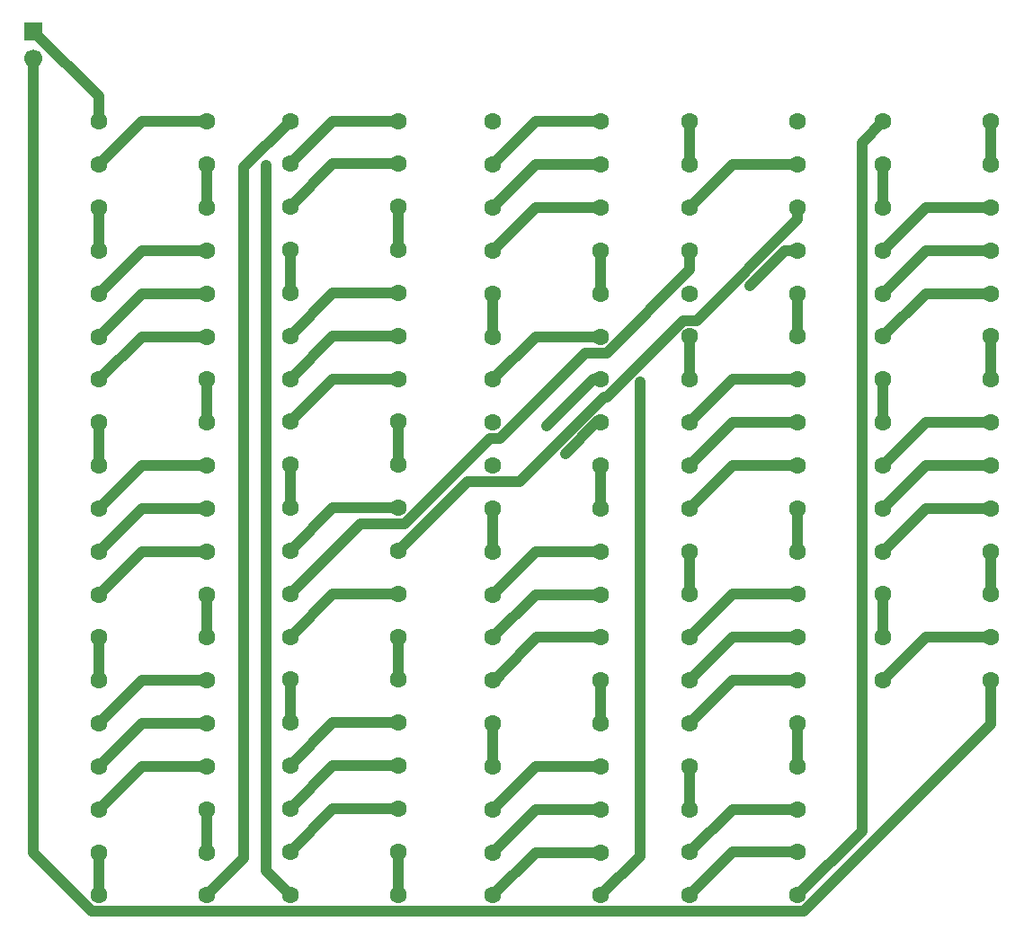
<source format=gbr>
%TF.GenerationSoftware,KiCad,Pcbnew,9.0.2*%
%TF.CreationDate,2025-11-03T21:10:14+09:00*%
%TF.ProjectId,handarensyuy,68616e64-6172-4656-9e73-7975792e6b69,rev?*%
%TF.SameCoordinates,Original*%
%TF.FileFunction,Copper,L1,Top*%
%TF.FilePolarity,Positive*%
%FSLAX46Y46*%
G04 Gerber Fmt 4.6, Leading zero omitted, Abs format (unit mm)*
G04 Created by KiCad (PCBNEW 9.0.2) date 2025-11-03 21:10:14*
%MOMM*%
%LPD*%
G01*
G04 APERTURE LIST*
%TA.AperFunction,ComponentPad*%
%ADD10C,1.600000*%
%TD*%
%TA.AperFunction,ComponentPad*%
%ADD11R,1.700000X1.700000*%
%TD*%
%TA.AperFunction,ComponentPad*%
%ADD12C,1.700000*%
%TD*%
%TA.AperFunction,ViaPad*%
%ADD13C,0.600000*%
%TD*%
%TA.AperFunction,Conductor*%
%ADD14C,1.000000*%
%TD*%
G04 APERTURE END LIST*
D10*
%TO.P,R82,1*%
%TO.N,Net-(R81-Pad2)*%
X171570000Y-69500000D03*
%TO.P,R82,2*%
%TO.N,Net-(R82-Pad2)*%
X181730000Y-69500000D03*
%TD*%
%TO.P,R83,1*%
%TO.N,Net-(R83-Pad1)*%
X171570000Y-73550000D03*
%TO.P,R83,2*%
%TO.N,Net-(R82-Pad2)*%
X181730000Y-73550000D03*
%TD*%
%TO.P,R18,1*%
%TO.N,Net-(R18-Pad1)*%
X97690000Y-118120000D03*
%TO.P,R18,2*%
%TO.N,Net-(R17-Pad2)*%
X107850000Y-118120000D03*
%TD*%
%TO.P,R1,1*%
%TO.N,Net-(J1-Pin_1)*%
X97690000Y-49270000D03*
%TO.P,R1,2*%
%TO.N,Net-(R1-Pad2)*%
X107850000Y-49270000D03*
%TD*%
%TO.P,R59,1*%
%TO.N,Net-(R58-Pad1)*%
X153370000Y-53300000D03*
%TO.P,R59,2*%
%TO.N,Net-(R59-Pad2)*%
X163530000Y-53300000D03*
%TD*%
%TO.P,R15,1*%
%TO.N,Net-(R14-Pad2)*%
X97690000Y-105970000D03*
%TO.P,R15,2*%
%TO.N,Net-(R15-Pad2)*%
X107850000Y-105970000D03*
%TD*%
%TO.P,R25,1*%
%TO.N,Net-(R24-Pad2)*%
X115710000Y-69440000D03*
%TO.P,R25,2*%
%TO.N,Net-(R25-Pad2)*%
X125870000Y-69440000D03*
%TD*%
%TO.P,R39,1*%
%TO.N,Net-(R38-Pad1)*%
X134820000Y-49260000D03*
%TO.P,R39,2*%
%TO.N,Net-(R39-Pad2)*%
X144980000Y-49260000D03*
%TD*%
%TO.P,R53,1*%
%TO.N,Net-(R53-Pad1)*%
X134820000Y-105960000D03*
%TO.P,R53,2*%
%TO.N,Net-(R52-Pad2)*%
X144980000Y-105960000D03*
%TD*%
%TO.P,R29,1*%
%TO.N,Net-(R28-Pad1)*%
X115710000Y-85640000D03*
%TO.P,R29,2*%
%TO.N,Net-(R29-Pad2)*%
X125870000Y-85640000D03*
%TD*%
%TO.P,R27,1*%
%TO.N,Net-(R26-Pad2)*%
X115710000Y-77540000D03*
%TO.P,R27,2*%
%TO.N,Net-(R27-Pad2)*%
X125870000Y-77540000D03*
%TD*%
%TO.P,R81,1*%
%TO.N,Net-(R80-Pad2)*%
X171570000Y-65450000D03*
%TO.P,R81,2*%
%TO.N,Net-(R81-Pad2)*%
X181730000Y-65450000D03*
%TD*%
%TO.P,R64,1*%
%TO.N,Net-(R63-Pad1)*%
X153370000Y-73550000D03*
%TO.P,R64,2*%
%TO.N,Net-(R64-Pad2)*%
X163530000Y-73550000D03*
%TD*%
%TO.P,R14,1*%
%TO.N,Net-(R13-Pad1)*%
X97690000Y-101920000D03*
%TO.P,R14,2*%
%TO.N,Net-(R14-Pad2)*%
X107850000Y-101920000D03*
%TD*%
%TO.P,R58,1*%
%TO.N,Net-(R58-Pad1)*%
X153370000Y-49250000D03*
%TO.P,R58,2*%
%TO.N,Net-(R57-Pad2)*%
X163530000Y-49250000D03*
%TD*%
%TO.P,R55,1*%
%TO.N,Net-(R54-Pad2)*%
X134820000Y-114060000D03*
%TO.P,R55,2*%
%TO.N,Net-(R55-Pad2)*%
X144980000Y-114060000D03*
%TD*%
%TO.P,R23,1*%
%TO.N,Net-(R23-Pad1)*%
X115710000Y-61340000D03*
%TO.P,R23,2*%
%TO.N,Net-(R22-Pad2)*%
X125870000Y-61340000D03*
%TD*%
%TO.P,R66,1*%
%TO.N,Net-(R65-Pad2)*%
X153370000Y-81650000D03*
%TO.P,R66,2*%
%TO.N,Net-(R66-Pad2)*%
X163530000Y-81650000D03*
%TD*%
%TO.P,R33,1*%
%TO.N,Net-(R33-Pad1)*%
X115710000Y-101840000D03*
%TO.P,R33,2*%
%TO.N,Net-(R32-Pad2)*%
X125870000Y-101840000D03*
%TD*%
%TO.P,R16,1*%
%TO.N,Net-(R15-Pad2)*%
X97690000Y-110020000D03*
%TO.P,R16,2*%
%TO.N,Net-(R16-Pad2)*%
X107850000Y-110020000D03*
%TD*%
%TO.P,R37,1*%
%TO.N,Net-(R36-Pad2)*%
X115710000Y-118040000D03*
%TO.P,R37,2*%
%TO.N,Net-(R37-Pad2)*%
X125870000Y-118040000D03*
%TD*%
%TO.P,R26,1*%
%TO.N,Net-(R25-Pad2)*%
X115710000Y-73490000D03*
%TO.P,R26,2*%
%TO.N,Net-(R26-Pad2)*%
X125870000Y-73490000D03*
%TD*%
%TO.P,R62,1*%
%TO.N,Net-(R61-Pad2)*%
X153370000Y-65450000D03*
%TO.P,R62,2*%
%TO.N,Net-(R62-Pad2)*%
X163530000Y-65450000D03*
%TD*%
%TO.P,R17,1*%
%TO.N,Net-(R16-Pad2)*%
X97690000Y-114070000D03*
%TO.P,R17,2*%
%TO.N,Net-(R17-Pad2)*%
X107850000Y-114070000D03*
%TD*%
%TO.P,R44,1*%
%TO.N,Net-(R43-Pad1)*%
X134820000Y-69510000D03*
%TO.P,R44,2*%
%TO.N,Net-(R44-Pad2)*%
X144980000Y-69510000D03*
%TD*%
%TO.P,R87,1*%
%TO.N,Net-(R86-Pad2)*%
X171570000Y-89750000D03*
%TO.P,R87,2*%
%TO.N,Net-(R87-Pad2)*%
X181730000Y-89750000D03*
%TD*%
%TO.P,R48,1*%
%TO.N,Net-(R48-Pad1)*%
X134820000Y-85710000D03*
%TO.P,R48,2*%
%TO.N,Net-(R47-Pad2)*%
X144980000Y-85710000D03*
%TD*%
%TO.P,R21,1*%
%TO.N,Net-(R20-Pad2)*%
X115710000Y-53240000D03*
%TO.P,R21,2*%
%TO.N,Net-(R21-Pad2)*%
X125870000Y-53240000D03*
%TD*%
%TO.P,R22,1*%
%TO.N,Net-(R21-Pad2)*%
X115710000Y-57290000D03*
%TO.P,R22,2*%
%TO.N,Net-(R22-Pad2)*%
X125870000Y-57290000D03*
%TD*%
%TO.P,R72,1*%
%TO.N,Net-(R71-Pad2)*%
X153370000Y-105950000D03*
%TO.P,R72,2*%
%TO.N,Net-(R72-Pad2)*%
X163530000Y-105950000D03*
%TD*%
%TO.P,R11,1*%
%TO.N,Net-(R10-Pad2)*%
X97690000Y-89770000D03*
%TO.P,R11,2*%
%TO.N,Net-(R11-Pad2)*%
X107850000Y-89770000D03*
%TD*%
%TO.P,R42,1*%
%TO.N,Net-(R41-Pad2)*%
X134820000Y-61410000D03*
%TO.P,R42,2*%
%TO.N,Net-(R42-Pad2)*%
X144980000Y-61410000D03*
%TD*%
%TO.P,R80,1*%
%TO.N,Net-(R79-Pad2)*%
X171570000Y-61400000D03*
%TO.P,R80,2*%
%TO.N,Net-(R80-Pad2)*%
X181730000Y-61400000D03*
%TD*%
%TO.P,R71,1*%
%TO.N,Net-(R70-Pad2)*%
X153370000Y-101900000D03*
%TO.P,R71,2*%
%TO.N,Net-(R71-Pad2)*%
X163530000Y-101900000D03*
%TD*%
%TO.P,R34,1*%
%TO.N,Net-(R33-Pad1)*%
X115710000Y-105890000D03*
%TO.P,R34,2*%
%TO.N,Net-(R34-Pad2)*%
X125870000Y-105890000D03*
%TD*%
%TO.P,R5,1*%
%TO.N,Net-(R4-Pad2)*%
X97690000Y-65470000D03*
%TO.P,R5,2*%
%TO.N,Net-(R5-Pad2)*%
X107850000Y-65470000D03*
%TD*%
%TO.P,R28,1*%
%TO.N,Net-(R28-Pad1)*%
X115710000Y-81590000D03*
%TO.P,R28,2*%
%TO.N,Net-(R27-Pad2)*%
X125870000Y-81590000D03*
%TD*%
%TO.P,R24,1*%
%TO.N,Net-(R23-Pad1)*%
X115710000Y-65390000D03*
%TO.P,R24,2*%
%TO.N,Net-(R24-Pad2)*%
X125870000Y-65390000D03*
%TD*%
%TO.P,R43,1*%
%TO.N,Net-(R43-Pad1)*%
X134820000Y-65460000D03*
%TO.P,R43,2*%
%TO.N,Net-(R42-Pad2)*%
X144980000Y-65460000D03*
%TD*%
%TO.P,R36,1*%
%TO.N,Net-(R35-Pad2)*%
X115710000Y-113990000D03*
%TO.P,R36,2*%
%TO.N,Net-(R36-Pad2)*%
X125870000Y-113990000D03*
%TD*%
%TO.P,R41,1*%
%TO.N,Net-(R40-Pad2)*%
X134820000Y-57360000D03*
%TO.P,R41,2*%
%TO.N,Net-(R41-Pad2)*%
X144980000Y-57360000D03*
%TD*%
%TO.P,R67,1*%
%TO.N,Net-(R66-Pad2)*%
X153370000Y-85700000D03*
%TO.P,R67,2*%
%TO.N,Net-(R67-Pad2)*%
X163530000Y-85700000D03*
%TD*%
%TO.P,R75,1*%
%TO.N,Net-(R74-Pad2)*%
X153370000Y-118100000D03*
%TO.P,R75,2*%
%TO.N,Net-(R75-Pad2)*%
X163530000Y-118100000D03*
%TD*%
%TO.P,R19,1*%
%TO.N,Net-(R18-Pad1)*%
X97690000Y-122170000D03*
%TO.P,R19,2*%
%TO.N,Net-(R19-Pad2)*%
X107850000Y-122170000D03*
%TD*%
%TO.P,R78,1*%
%TO.N,Net-(R78-Pad1)*%
X171570000Y-53300000D03*
%TO.P,R78,2*%
%TO.N,Net-(R77-Pad2)*%
X181730000Y-53300000D03*
%TD*%
%TO.P,R70,1*%
%TO.N,Net-(R69-Pad2)*%
X153370000Y-97850000D03*
%TO.P,R70,2*%
%TO.N,Net-(R70-Pad2)*%
X163530000Y-97850000D03*
%TD*%
%TO.P,R69,1*%
%TO.N,Net-(R68-Pad1)*%
X153370000Y-93800000D03*
%TO.P,R69,2*%
%TO.N,Net-(R69-Pad2)*%
X163530000Y-93800000D03*
%TD*%
%TO.P,R2,1*%
%TO.N,Net-(R1-Pad2)*%
X97690000Y-53320000D03*
%TO.P,R2,2*%
%TO.N,Net-(R2-Pad2)*%
X107850000Y-53320000D03*
%TD*%
%TO.P,R65,1*%
%TO.N,Net-(R64-Pad2)*%
X153370000Y-77600000D03*
%TO.P,R65,2*%
%TO.N,Net-(R65-Pad2)*%
X163530000Y-77600000D03*
%TD*%
%TO.P,R30,1*%
%TO.N,Net-(R29-Pad2)*%
X115710000Y-89690000D03*
%TO.P,R30,2*%
%TO.N,Net-(R30-Pad2)*%
X125870000Y-89690000D03*
%TD*%
%TO.P,R12,1*%
%TO.N,Net-(R11-Pad2)*%
X97690000Y-93820000D03*
%TO.P,R12,2*%
%TO.N,Net-(R12-Pad2)*%
X107850000Y-93820000D03*
%TD*%
%TO.P,R61,1*%
%TO.N,Net-(R31-Pad1)*%
X153370000Y-61400000D03*
%TO.P,R61,2*%
%TO.N,Net-(R61-Pad2)*%
X163530000Y-61400000D03*
%TD*%
%TO.P,R68,1*%
%TO.N,Net-(R68-Pad1)*%
X153370000Y-89750000D03*
%TO.P,R68,2*%
%TO.N,Net-(R67-Pad2)*%
X163530000Y-89750000D03*
%TD*%
%TO.P,R45,1*%
%TO.N,Net-(R44-Pad2)*%
X134820000Y-73560000D03*
%TO.P,R45,2*%
%TO.N,Net-(R45-Pad2)*%
X144980000Y-73560000D03*
%TD*%
%TO.P,R79,1*%
%TO.N,Net-(R78-Pad1)*%
X171570000Y-57350000D03*
%TO.P,R79,2*%
%TO.N,Net-(R79-Pad2)*%
X181730000Y-57350000D03*
%TD*%
%TO.P,R76,1*%
%TO.N,Net-(R75-Pad2)*%
X153370000Y-122150000D03*
%TO.P,R76,2*%
%TO.N,Net-(R76-Pad2)*%
X163530000Y-122150000D03*
%TD*%
%TO.P,R20,1*%
%TO.N,Net-(R19-Pad2)*%
X115710000Y-49190000D03*
%TO.P,R20,2*%
%TO.N,Net-(R20-Pad2)*%
X125870000Y-49190000D03*
%TD*%
%TO.P,R8,1*%
%TO.N,Net-(R8-Pad1)*%
X97690000Y-77620000D03*
%TO.P,R8,2*%
%TO.N,Net-(R7-Pad2)*%
X107850000Y-77620000D03*
%TD*%
%TO.P,R38,1*%
%TO.N,Net-(R38-Pad1)*%
X115710000Y-122090000D03*
%TO.P,R38,2*%
%TO.N,Net-(R37-Pad2)*%
X125870000Y-122090000D03*
%TD*%
%TO.P,R84,1*%
%TO.N,Net-(R83-Pad1)*%
X171570000Y-77600000D03*
%TO.P,R84,2*%
%TO.N,Net-(R84-Pad2)*%
X181730000Y-77600000D03*
%TD*%
%TO.P,R35,1*%
%TO.N,Net-(R34-Pad2)*%
X115710000Y-109940000D03*
%TO.P,R35,2*%
%TO.N,Net-(R35-Pad2)*%
X125870000Y-109940000D03*
%TD*%
%TO.P,R86,1*%
%TO.N,Net-(R85-Pad2)*%
X171570000Y-85700000D03*
%TO.P,R86,2*%
%TO.N,Net-(R86-Pad2)*%
X181730000Y-85700000D03*
%TD*%
%TO.P,R88,1*%
%TO.N,Net-(R88-Pad1)*%
X171570000Y-93800000D03*
%TO.P,R88,2*%
%TO.N,Net-(R87-Pad2)*%
X181730000Y-93800000D03*
%TD*%
%TO.P,R9,1*%
%TO.N,Net-(R8-Pad1)*%
X97690000Y-81670000D03*
%TO.P,R9,2*%
%TO.N,Net-(R10-Pad1)*%
X107850000Y-81670000D03*
%TD*%
%TO.P,R57,1*%
%TO.N,Net-(R56-Pad2)*%
X134820000Y-122160000D03*
%TO.P,R57,2*%
%TO.N,Net-(R57-Pad2)*%
X144980000Y-122160000D03*
%TD*%
D11*
%TO.P,J1,1,Pin_1*%
%TO.N,Net-(J1-Pin_1)*%
X91545000Y-40755000D03*
D12*
%TO.P,J1,2,Pin_2*%
%TO.N,Net-(J1-Pin_2)*%
X91545000Y-43295000D03*
%TD*%
D10*
%TO.P,R50,1*%
%TO.N,Net-(R49-Pad2)*%
X134820000Y-93810000D03*
%TO.P,R50,2*%
%TO.N,Net-(R50-Pad2)*%
X144980000Y-93810000D03*
%TD*%
%TO.P,R47,1*%
%TO.N,Net-(R46-Pad2)*%
X134820000Y-81660000D03*
%TO.P,R47,2*%
%TO.N,Net-(R47-Pad2)*%
X144980000Y-81660000D03*
%TD*%
%TO.P,R51,1*%
%TO.N,Net-(R50-Pad2)*%
X134820000Y-97860000D03*
%TO.P,R51,2*%
%TO.N,Net-(R51-Pad2)*%
X144980000Y-97860000D03*
%TD*%
%TO.P,R46,1*%
%TO.N,Net-(R45-Pad2)*%
X134820000Y-77610000D03*
%TO.P,R46,2*%
%TO.N,Net-(R46-Pad2)*%
X144980000Y-77610000D03*
%TD*%
%TO.P,R74,1*%
%TO.N,Net-(R73-Pad1)*%
X153370000Y-114050000D03*
%TO.P,R74,2*%
%TO.N,Net-(R74-Pad2)*%
X163530000Y-114050000D03*
%TD*%
%TO.P,R31,1*%
%TO.N,Net-(R31-Pad1)*%
X115710000Y-93740000D03*
%TO.P,R31,2*%
%TO.N,Net-(R31-Pad2)*%
X125870000Y-93740000D03*
%TD*%
%TO.P,R4,1*%
%TO.N,Net-(R3-Pad1)*%
X97690000Y-61420000D03*
%TO.P,R4,2*%
%TO.N,Net-(R4-Pad2)*%
X107850000Y-61420000D03*
%TD*%
%TO.P,R89,1*%
%TO.N,Net-(R88-Pad1)*%
X171570000Y-97850000D03*
%TO.P,R89,2*%
%TO.N,Net-(R89-Pad2)*%
X181730000Y-97850000D03*
%TD*%
%TO.P,R32,1*%
%TO.N,Net-(R31-Pad2)*%
X115710000Y-97790000D03*
%TO.P,R32,2*%
%TO.N,Net-(R32-Pad2)*%
X125870000Y-97790000D03*
%TD*%
%TO.P,R54,1*%
%TO.N,Net-(R53-Pad1)*%
X134820000Y-110010000D03*
%TO.P,R54,2*%
%TO.N,Net-(R54-Pad2)*%
X144980000Y-110010000D03*
%TD*%
%TO.P,R63,1*%
%TO.N,Net-(R63-Pad1)*%
X153370000Y-69500000D03*
%TO.P,R63,2*%
%TO.N,Net-(R62-Pad2)*%
X163530000Y-69500000D03*
%TD*%
%TO.P,R10,1*%
%TO.N,Net-(R10-Pad1)*%
X97690000Y-85720000D03*
%TO.P,R10,2*%
%TO.N,Net-(R10-Pad2)*%
X107850000Y-85720000D03*
%TD*%
%TO.P,R49,1*%
%TO.N,Net-(R48-Pad1)*%
X134820000Y-89760000D03*
%TO.P,R49,2*%
%TO.N,Net-(R49-Pad2)*%
X144980000Y-89760000D03*
%TD*%
%TO.P,R52,1*%
%TO.N,Net-(R51-Pad2)*%
X134820000Y-101910000D03*
%TO.P,R52,2*%
%TO.N,Net-(R52-Pad2)*%
X144980000Y-101910000D03*
%TD*%
%TO.P,R73,1*%
%TO.N,Net-(R73-Pad1)*%
X153370000Y-110000000D03*
%TO.P,R73,2*%
%TO.N,Net-(R72-Pad2)*%
X163530000Y-110000000D03*
%TD*%
%TO.P,R60,1*%
%TO.N,Net-(R59-Pad2)*%
X153370000Y-57350000D03*
%TO.P,R60,2*%
%TO.N,Net-(R30-Pad2)*%
X163530000Y-57350000D03*
%TD*%
%TO.P,R3,1*%
%TO.N,Net-(R3-Pad1)*%
X97690000Y-57370000D03*
%TO.P,R3,2*%
%TO.N,Net-(R2-Pad2)*%
X107850000Y-57370000D03*
%TD*%
%TO.P,R85,1*%
%TO.N,Net-(R84-Pad2)*%
X171570000Y-81650000D03*
%TO.P,R85,2*%
%TO.N,Net-(R85-Pad2)*%
X181730000Y-81650000D03*
%TD*%
%TO.P,R40,1*%
%TO.N,Net-(R39-Pad2)*%
X134820000Y-53310000D03*
%TO.P,R40,2*%
%TO.N,Net-(R40-Pad2)*%
X144980000Y-53310000D03*
%TD*%
%TO.P,R77,1*%
%TO.N,Net-(R76-Pad2)*%
X171570000Y-49250000D03*
%TO.P,R77,2*%
%TO.N,Net-(R77-Pad2)*%
X181730000Y-49250000D03*
%TD*%
%TO.P,R90,1*%
%TO.N,Net-(R89-Pad2)*%
X171570000Y-101900000D03*
%TO.P,R90,2*%
%TO.N,Net-(J1-Pin_2)*%
X181730000Y-101900000D03*
%TD*%
%TO.P,R13,1*%
%TO.N,Net-(R13-Pad1)*%
X97690000Y-97870000D03*
%TO.P,R13,2*%
%TO.N,Net-(R12-Pad2)*%
X107850000Y-97870000D03*
%TD*%
%TO.P,R6,1*%
%TO.N,Net-(R5-Pad2)*%
X97690000Y-69520000D03*
%TO.P,R6,2*%
%TO.N,Net-(R6-Pad2)*%
X107850000Y-69520000D03*
%TD*%
%TO.P,R56,1*%
%TO.N,Net-(R55-Pad2)*%
X134820000Y-118110000D03*
%TO.P,R56,2*%
%TO.N,Net-(R56-Pad2)*%
X144980000Y-118110000D03*
%TD*%
%TO.P,R7,1*%
%TO.N,Net-(R6-Pad2)*%
X97690000Y-73570000D03*
%TO.P,R7,2*%
%TO.N,Net-(R7-Pad2)*%
X107850000Y-73570000D03*
%TD*%
D13*
%TO.N,Net-(R38-Pad1)*%
X113460000Y-53360000D03*
%TO.N,Net-(R45-Pad2)*%
X139840000Y-77970000D03*
%TO.N,Net-(R46-Pad2)*%
X141642867Y-80522868D03*
%TO.N,Net-(R57-Pad2)*%
X148687868Y-73757867D03*
%TO.N,Net-(R61-Pad2)*%
X158974920Y-64734920D03*
%TD*%
D14*
%TO.N,Net-(J1-Pin_2)*%
X181730000Y-101900000D02*
X181730000Y-106072735D01*
X164131735Y-123671000D02*
X97068265Y-123671000D01*
X181730000Y-106072735D02*
X164131735Y-123671000D01*
X91545000Y-118147735D02*
X91545000Y-43295000D01*
X97068265Y-123671000D02*
X91545000Y-118147735D01*
%TO.N,Net-(J1-Pin_1)*%
X91545000Y-40755000D02*
X97690000Y-46900000D01*
X97690000Y-46900000D02*
X97690000Y-49270000D01*
%TO.N,Net-(R1-Pad2)*%
X107850000Y-49270000D02*
X101740000Y-49270000D01*
X101740000Y-49270000D02*
X97690000Y-53320000D01*
%TO.N,Net-(R2-Pad2)*%
X107850000Y-53320000D02*
X107850000Y-57370000D01*
%TO.N,Net-(R3-Pad1)*%
X97690000Y-57370000D02*
X97690000Y-61420000D01*
%TO.N,Net-(R4-Pad2)*%
X107850000Y-61420000D02*
X101740000Y-61420000D01*
X101740000Y-61420000D02*
X97690000Y-65470000D01*
%TO.N,Net-(R5-Pad2)*%
X101740000Y-65470000D02*
X97690000Y-69520000D01*
X107850000Y-65470000D02*
X101740000Y-65470000D01*
%TO.N,Net-(R6-Pad2)*%
X101740000Y-69520000D02*
X97690000Y-73570000D01*
X107850000Y-69520000D02*
X101740000Y-69520000D01*
%TO.N,Net-(R7-Pad2)*%
X107850000Y-73570000D02*
X107850000Y-77620000D01*
%TO.N,Net-(R8-Pad1)*%
X97690000Y-77620000D02*
X97690000Y-81670000D01*
%TO.N,Net-(R10-Pad1)*%
X101740000Y-81670000D02*
X97690000Y-85720000D01*
X107850000Y-81670000D02*
X101740000Y-81670000D01*
%TO.N,Net-(R10-Pad2)*%
X107850000Y-85720000D02*
X101740000Y-85720000D01*
X101740000Y-85720000D02*
X97690000Y-89770000D01*
%TO.N,Net-(R11-Pad2)*%
X101740000Y-89770000D02*
X97690000Y-93820000D01*
X107850000Y-89770000D02*
X101740000Y-89770000D01*
%TO.N,Net-(R12-Pad2)*%
X107850000Y-93820000D02*
X107850000Y-97870000D01*
%TO.N,Net-(R13-Pad1)*%
X97690000Y-97870000D02*
X97690000Y-101920000D01*
%TO.N,Net-(R14-Pad2)*%
X107850000Y-101920000D02*
X101740000Y-101920000D01*
X101740000Y-101920000D02*
X97690000Y-105970000D01*
%TO.N,Net-(R15-Pad2)*%
X101740000Y-105970000D02*
X97690000Y-110020000D01*
X107850000Y-105970000D02*
X101740000Y-105970000D01*
%TO.N,Net-(R16-Pad2)*%
X101740000Y-110020000D02*
X97690000Y-114070000D01*
X107850000Y-110020000D02*
X101740000Y-110020000D01*
%TO.N,Net-(R17-Pad2)*%
X107850000Y-114070000D02*
X107850000Y-118120000D01*
%TO.N,Net-(R18-Pad1)*%
X97690000Y-118120000D02*
X97690000Y-122170000D01*
%TO.N,Net-(R19-Pad2)*%
X111320000Y-118700000D02*
X111320000Y-53580000D01*
X107850000Y-122170000D02*
X111320000Y-118700000D01*
X111320000Y-53580000D02*
X115710000Y-49190000D01*
%TO.N,Net-(R20-Pad2)*%
X125870000Y-49190000D02*
X119760000Y-49190000D01*
X119760000Y-49190000D02*
X115710000Y-53240000D01*
%TO.N,Net-(R21-Pad2)*%
X119760000Y-53240000D02*
X115710000Y-57290000D01*
X125870000Y-53240000D02*
X119760000Y-53240000D01*
%TO.N,Net-(R22-Pad2)*%
X125870000Y-57290000D02*
X125870000Y-61340000D01*
%TO.N,Net-(R23-Pad1)*%
X115710000Y-61340000D02*
X115710000Y-65390000D01*
%TO.N,Net-(R24-Pad2)*%
X125870000Y-65390000D02*
X119760000Y-65390000D01*
X119760000Y-65390000D02*
X115710000Y-69440000D01*
%TO.N,Net-(R25-Pad2)*%
X119760000Y-69440000D02*
X115710000Y-73490000D01*
X125870000Y-69440000D02*
X119760000Y-69440000D01*
%TO.N,Net-(R26-Pad2)*%
X125870000Y-73490000D02*
X119760000Y-73490000D01*
X119760000Y-73490000D02*
X115710000Y-77540000D01*
%TO.N,Net-(R27-Pad2)*%
X125870000Y-77540000D02*
X125870000Y-81590000D01*
%TO.N,Net-(R28-Pad1)*%
X115710000Y-81590000D02*
X115710000Y-85640000D01*
%TO.N,Net-(R29-Pad2)*%
X119760000Y-85640000D02*
X115710000Y-89690000D01*
X125870000Y-85640000D02*
X119760000Y-85640000D01*
%TO.N,Net-(R30-Pad2)*%
X154012370Y-67999000D02*
X163530000Y-58481370D01*
X137306265Y-83161000D02*
X145267265Y-75200000D01*
X163530000Y-58481370D02*
X163530000Y-57350000D01*
X145547265Y-75200000D02*
X152748265Y-67999000D01*
X152748265Y-67999000D02*
X154012370Y-67999000D01*
X125870000Y-89690000D02*
X132399000Y-83161000D01*
X145267265Y-75200000D02*
X145547265Y-75200000D01*
X132399000Y-83161000D02*
X137306265Y-83161000D01*
%TO.N,Net-(R31-Pad2)*%
X119760000Y-93740000D02*
X115710000Y-97790000D01*
X125870000Y-93740000D02*
X119760000Y-93740000D01*
%TO.N,Net-(R31-Pad1)*%
X122309000Y-87141000D02*
X126491735Y-87141000D01*
X134521735Y-79111000D02*
X135441735Y-79111000D01*
X135441735Y-79111000D02*
X143479000Y-71073735D01*
X126491735Y-87141000D02*
X134521735Y-79111000D01*
X143479000Y-71073735D02*
X145539000Y-71073735D01*
X115710000Y-93740000D02*
X122309000Y-87141000D01*
X153370000Y-63242735D02*
X153370000Y-61400000D01*
X145539000Y-71073735D02*
X153370000Y-63242735D01*
%TO.N,Net-(R32-Pad2)*%
X125870000Y-97790000D02*
X125870000Y-101840000D01*
%TO.N,Net-(R33-Pad1)*%
X115710000Y-101840000D02*
X115710000Y-105890000D01*
%TO.N,Net-(R34-Pad2)*%
X119760000Y-105890000D02*
X115710000Y-109940000D01*
X125870000Y-105890000D02*
X119760000Y-105890000D01*
%TO.N,Net-(R35-Pad2)*%
X119760000Y-109940000D02*
X115710000Y-113990000D01*
X125870000Y-109940000D02*
X119760000Y-109940000D01*
%TO.N,Net-(R36-Pad2)*%
X125870000Y-113990000D02*
X119760000Y-113990000D01*
X119760000Y-113990000D02*
X115710000Y-118040000D01*
%TO.N,Net-(R37-Pad2)*%
X125870000Y-118040000D02*
X125870000Y-122090000D01*
%TO.N,Net-(R38-Pad1)*%
X113460000Y-119840000D02*
X113460000Y-53360000D01*
X115710000Y-122090000D02*
X113460000Y-119840000D01*
%TO.N,Net-(R39-Pad2)*%
X144980000Y-49260000D02*
X138870000Y-49260000D01*
X138870000Y-49260000D02*
X134820000Y-53310000D01*
%TO.N,Net-(R40-Pad2)*%
X144980000Y-53310000D02*
X138870000Y-53310000D01*
X138870000Y-53310000D02*
X134820000Y-57360000D01*
%TO.N,Net-(R41-Pad2)*%
X138870000Y-57360000D02*
X134820000Y-61410000D01*
X144980000Y-57360000D02*
X138870000Y-57360000D01*
%TO.N,Net-(R42-Pad2)*%
X144980000Y-61410000D02*
X144980000Y-65460000D01*
%TO.N,Net-(R43-Pad1)*%
X134820000Y-65460000D02*
X134820000Y-69510000D01*
%TO.N,Net-(R44-Pad2)*%
X144980000Y-69510000D02*
X138870000Y-69510000D01*
X138870000Y-69510000D02*
X134820000Y-73560000D01*
%TO.N,Net-(R45-Pad2)*%
X144980000Y-73560000D02*
X144250000Y-73560000D01*
X144250000Y-73560000D02*
X139840000Y-77970000D01*
%TO.N,Net-(R46-Pad2)*%
X144980000Y-77610000D02*
X144555735Y-77610000D01*
X144555735Y-77610000D02*
X141642867Y-80522868D01*
%TO.N,Net-(R47-Pad2)*%
X144980000Y-81660000D02*
X144980000Y-85710000D01*
%TO.N,Net-(R48-Pad1)*%
X134820000Y-85710000D02*
X134820000Y-89760000D01*
%TO.N,Net-(R49-Pad2)*%
X144980000Y-89760000D02*
X138870000Y-89760000D01*
X138870000Y-89760000D02*
X134820000Y-93810000D01*
%TO.N,Net-(R50-Pad2)*%
X144980000Y-93810000D02*
X138870000Y-93810000D01*
X138870000Y-93810000D02*
X134820000Y-97860000D01*
%TO.N,Net-(R51-Pad2)*%
X135460000Y-101360000D02*
X135460000Y-101460000D01*
X138960000Y-97860000D02*
X135460000Y-101360000D01*
X144980000Y-97860000D02*
X138960000Y-97860000D01*
X135010000Y-101910000D02*
X134820000Y-101910000D01*
X135460000Y-101460000D02*
X135010000Y-101910000D01*
%TO.N,Net-(R52-Pad2)*%
X144980000Y-101910000D02*
X144980000Y-105960000D01*
%TO.N,Net-(R53-Pad1)*%
X134820000Y-105960000D02*
X134820000Y-110010000D01*
%TO.N,Net-(R54-Pad2)*%
X144980000Y-110010000D02*
X138870000Y-110010000D01*
X138870000Y-110010000D02*
X134820000Y-114060000D01*
%TO.N,Net-(R55-Pad2)*%
X138870000Y-114060000D02*
X134820000Y-118110000D01*
X144980000Y-114060000D02*
X138870000Y-114060000D01*
%TO.N,Net-(R56-Pad2)*%
X138870000Y-118110000D02*
X134820000Y-122160000D01*
X144980000Y-118110000D02*
X138870000Y-118110000D01*
%TO.N,Net-(R57-Pad2)*%
X144980000Y-122160000D02*
X148687868Y-118452132D01*
X148687868Y-118452132D02*
X148687868Y-73757867D01*
%TO.N,Net-(R58-Pad1)*%
X153370000Y-49250000D02*
X153370000Y-53300000D01*
%TO.N,Net-(R59-Pad2)*%
X163530000Y-53300000D02*
X157420000Y-53300000D01*
X157420000Y-53300000D02*
X153370000Y-57350000D01*
%TO.N,Net-(R61-Pad2)*%
X163530000Y-61400000D02*
X162309840Y-61400000D01*
X162309840Y-61400000D02*
X158974920Y-64734920D01*
%TO.N,Net-(R62-Pad2)*%
X163530000Y-65450000D02*
X163530000Y-69500000D01*
%TO.N,Net-(R63-Pad1)*%
X153370000Y-69500000D02*
X153370000Y-73550000D01*
%TO.N,Net-(R64-Pad2)*%
X157420000Y-73550000D02*
X153370000Y-77600000D01*
X163530000Y-73550000D02*
X157420000Y-73550000D01*
%TO.N,Net-(R65-Pad2)*%
X157420000Y-77600000D02*
X153370000Y-81650000D01*
X163530000Y-77600000D02*
X157420000Y-77600000D01*
%TO.N,Net-(R66-Pad2)*%
X157420000Y-81650000D02*
X153370000Y-85700000D01*
X163530000Y-81650000D02*
X157420000Y-81650000D01*
%TO.N,Net-(R67-Pad2)*%
X163530000Y-85700000D02*
X163530000Y-89750000D01*
%TO.N,Net-(R68-Pad1)*%
X153370000Y-89750000D02*
X153370000Y-93800000D01*
%TO.N,Net-(R69-Pad2)*%
X157420000Y-93800000D02*
X153370000Y-97850000D01*
X163530000Y-93800000D02*
X157420000Y-93800000D01*
%TO.N,Net-(R70-Pad2)*%
X163530000Y-97850000D02*
X157420000Y-97850000D01*
X157420000Y-97850000D02*
X153370000Y-101900000D01*
%TO.N,Net-(R71-Pad2)*%
X163530000Y-101900000D02*
X157420000Y-101900000D01*
X157420000Y-101900000D02*
X153370000Y-105950000D01*
%TO.N,Net-(R72-Pad2)*%
X163530000Y-105950000D02*
X163530000Y-110000000D01*
%TO.N,Net-(R73-Pad1)*%
X153370000Y-110000000D02*
X153370000Y-114050000D01*
%TO.N,Net-(R74-Pad2)*%
X157420000Y-114050000D02*
X153370000Y-118100000D01*
X163530000Y-114050000D02*
X157420000Y-114050000D01*
%TO.N,Net-(R75-Pad2)*%
X163530000Y-118100000D02*
X157420000Y-118100000D01*
X157420000Y-118100000D02*
X153370000Y-122150000D01*
%TO.N,Net-(R76-Pad2)*%
X169570000Y-51250000D02*
X171570000Y-49250000D01*
X169570000Y-116110000D02*
X169570000Y-51250000D01*
X163530000Y-122150000D02*
X169570000Y-116110000D01*
%TO.N,Net-(R77-Pad2)*%
X181730000Y-49250000D02*
X181730000Y-53300000D01*
%TO.N,Net-(R78-Pad1)*%
X171570000Y-53300000D02*
X171570000Y-57350000D01*
%TO.N,Net-(R79-Pad2)*%
X181730000Y-57350000D02*
X175620000Y-57350000D01*
X175620000Y-57350000D02*
X171570000Y-61400000D01*
%TO.N,Net-(R80-Pad2)*%
X175620000Y-61400000D02*
X171570000Y-65450000D01*
X181730000Y-61400000D02*
X175620000Y-61400000D01*
%TO.N,Net-(R81-Pad2)*%
X175620000Y-65450000D02*
X171570000Y-69500000D01*
X181730000Y-65450000D02*
X175620000Y-65450000D01*
%TO.N,Net-(R82-Pad2)*%
X181730000Y-69500000D02*
X181730000Y-73550000D01*
%TO.N,Net-(R83-Pad1)*%
X171570000Y-73550000D02*
X171570000Y-77600000D01*
%TO.N,Net-(R84-Pad2)*%
X175620000Y-77600000D02*
X171570000Y-81650000D01*
X181730000Y-77600000D02*
X175620000Y-77600000D01*
%TO.N,Net-(R85-Pad2)*%
X175620000Y-81650000D02*
X171570000Y-85700000D01*
X181730000Y-81650000D02*
X175620000Y-81650000D01*
%TO.N,Net-(R86-Pad2)*%
X175620000Y-85700000D02*
X171570000Y-89750000D01*
X181730000Y-85700000D02*
X175620000Y-85700000D01*
%TO.N,Net-(R87-Pad2)*%
X181730000Y-89750000D02*
X181730000Y-93800000D01*
%TO.N,Net-(R88-Pad1)*%
X171570000Y-93800000D02*
X171570000Y-97850000D01*
%TO.N,Net-(R89-Pad2)*%
X175620000Y-97850000D02*
X171570000Y-101900000D01*
X181730000Y-97850000D02*
X175620000Y-97850000D01*
%TD*%
M02*

</source>
